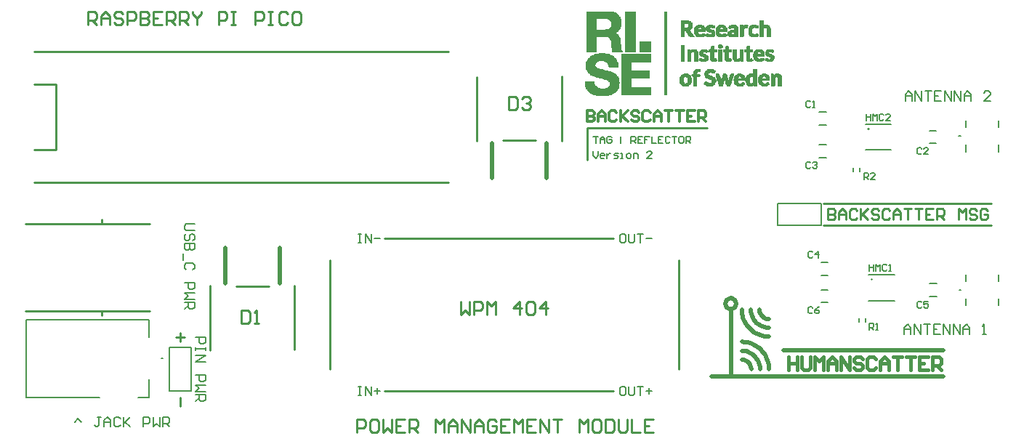
<source format=gto>
%FSLAX25Y25*%
%MOIN*%
G70*
G01*
G75*
%ADD10R,0.16535X0.05315*%
%ADD11R,0.14173X0.05000*%
G04:AMPARAMS|DCode=12|XSize=14.96mil|YSize=55.12mil|CornerRadius=3.74mil|HoleSize=0mil|Usage=FLASHONLY|Rotation=270.000|XOffset=0mil|YOffset=0mil|HoleType=Round|Shape=RoundedRectangle|*
%AMROUNDEDRECTD12*
21,1,0.01496,0.04764,0,0,270.0*
21,1,0.00748,0.05512,0,0,270.0*
1,1,0.00748,-0.02382,-0.00374*
1,1,0.00748,-0.02382,0.00374*
1,1,0.00748,0.02382,0.00374*
1,1,0.00748,0.02382,-0.00374*
%
%ADD12ROUNDEDRECTD12*%
%ADD13R,0.04331X0.06693*%
%ADD14R,0.39370X0.27559*%
%ADD15R,0.03543X0.02756*%
%ADD16R,0.11811X0.04567*%
%ADD17R,0.11811X0.07874*%
%ADD18R,0.20000X0.15000*%
%ADD19C,0.01000*%
%ADD20C,0.01969*%
%ADD21C,0.05906*%
%ADD22R,0.05906X0.05906*%
%ADD23R,0.09843X0.09843*%
%ADD24R,0.05906X0.05906*%
%ADD25C,0.06000*%
%ADD26O,0.07874X0.15748*%
%ADD27O,0.15748X0.07874*%
%ADD28O,0.08661X0.17323*%
%ADD29C,0.02000*%
%ADD30C,0.00787*%
%ADD31C,0.00900*%
%ADD32C,0.00591*%
%ADD33C,0.00200*%
%ADD34C,0.01500*%
%ADD35C,0.00700*%
%ADD36C,0.00500*%
%ADD37C,0.01181*%
D19*
X386438Y146927D02*
X386538D01*
X388017Y77719D02*
X388117D01*
X207110Y141106D02*
Y170634D01*
X245890Y141185D02*
Y170713D01*
X219000Y141500D02*
X234000D01*
X123390Y45366D02*
Y74894D01*
X84610Y45287D02*
Y74815D01*
X96500Y74500D02*
X111500D01*
X3937Y167126D02*
X13937D01*
Y137185D02*
Y167126D01*
X3937Y137185D02*
X13937D01*
X3937Y182126D02*
X193937D01*
X3937Y122126D02*
X193937D01*
X257500Y132500D02*
Y147047D01*
X312618D01*
X35039Y103150D02*
Y105118D01*
Y61024D02*
Y62992D01*
X0Y103150D02*
X57087D01*
X0Y62992D02*
X57087D01*
X139764Y36457D02*
Y86457D01*
X164764Y26457D02*
X269764D01*
X299764Y36457D02*
Y86457D01*
X164764Y96457D02*
X269764D01*
X69000Y50999D02*
X72999D01*
X70999Y52998D02*
Y49000D01*
X71001Y19500D02*
Y23499D01*
X221500Y161498D02*
Y155500D01*
X224499D01*
X225499Y156500D01*
Y160498D01*
X224499Y161498D01*
X221500D01*
X227498Y160498D02*
X228498Y161498D01*
X230497D01*
X231497Y160498D01*
Y159499D01*
X230497Y158499D01*
X229497D01*
X230497D01*
X231497Y157499D01*
Y156500D01*
X230497Y155500D01*
X228498D01*
X227498Y156500D01*
X99000Y63498D02*
Y57500D01*
X101999D01*
X102999Y58500D01*
Y62498D01*
X101999Y63498D01*
X99000D01*
X104998Y57500D02*
X106997D01*
X105998D01*
Y63498D01*
X104998Y62498D01*
X368000Y109998D02*
Y105000D01*
X370499D01*
X371332Y105833D01*
Y106666D01*
X370499Y107499D01*
X368000D01*
X370499D01*
X371332Y108332D01*
Y109165D01*
X370499Y109998D01*
X368000D01*
X372998Y105000D02*
Y108332D01*
X374664Y109998D01*
X376331Y108332D01*
Y105000D01*
Y107499D01*
X372998D01*
X381329Y109165D02*
X380496Y109998D01*
X378830D01*
X377997Y109165D01*
Y105833D01*
X378830Y105000D01*
X380496D01*
X381329Y105833D01*
X382995Y109998D02*
Y105000D01*
Y106666D01*
X386327Y109998D01*
X383828Y107499D01*
X386327Y105000D01*
X391326Y109165D02*
X390493Y109998D01*
X388827D01*
X387994Y109165D01*
Y108332D01*
X388827Y107499D01*
X390493D01*
X391326Y106666D01*
Y105833D01*
X390493Y105000D01*
X388827D01*
X387994Y105833D01*
X396324Y109165D02*
X395491Y109998D01*
X393825D01*
X392992Y109165D01*
Y105833D01*
X393825Y105000D01*
X395491D01*
X396324Y105833D01*
X397990Y105000D02*
Y108332D01*
X399656Y109998D01*
X401323Y108332D01*
Y105000D01*
Y107499D01*
X397990D01*
X402989Y109998D02*
X406321D01*
X404655D01*
Y105000D01*
X407987Y109998D02*
X411319D01*
X409653D01*
Y105000D01*
X416318Y109998D02*
X412985D01*
Y105000D01*
X416318D01*
X412985Y107499D02*
X414652D01*
X417984Y105000D02*
Y109998D01*
X420483D01*
X421316Y109165D01*
Y107499D01*
X420483Y106666D01*
X417984D01*
X419650D02*
X421316Y105000D01*
X427981D02*
Y109998D01*
X429647Y108332D01*
X431313Y109998D01*
Y105000D01*
X436311Y109165D02*
X435478Y109998D01*
X433812D01*
X432979Y109165D01*
Y108332D01*
X433812Y107499D01*
X435478D01*
X436311Y106666D01*
Y105833D01*
X435478Y105000D01*
X433812D01*
X432979Y105833D01*
X441310Y109165D02*
X440477Y109998D01*
X438810D01*
X437977Y109165D01*
Y105833D01*
X438810Y105000D01*
X440477D01*
X441310Y105833D01*
Y107499D01*
X439643D01*
X28500Y194500D02*
Y200498D01*
X31499D01*
X32499Y199498D01*
Y197499D01*
X31499Y196499D01*
X28500D01*
X30499D02*
X32499Y194500D01*
X34498D02*
Y198499D01*
X36497Y200498D01*
X38497Y198499D01*
Y194500D01*
Y197499D01*
X34498D01*
X44495Y199498D02*
X43495Y200498D01*
X41496D01*
X40496Y199498D01*
Y198499D01*
X41496Y197499D01*
X43495D01*
X44495Y196499D01*
Y195500D01*
X43495Y194500D01*
X41496D01*
X40496Y195500D01*
X46494Y194500D02*
Y200498D01*
X49493D01*
X50493Y199498D01*
Y197499D01*
X49493Y196499D01*
X46494D01*
X52492Y200498D02*
Y194500D01*
X55491D01*
X56491Y195500D01*
Y196499D01*
X55491Y197499D01*
X52492D01*
X55491D01*
X56491Y198499D01*
Y199498D01*
X55491Y200498D01*
X52492D01*
X62489D02*
X58490D01*
Y194500D01*
X62489D01*
X58490Y197499D02*
X60490D01*
X64488Y194500D02*
Y200498D01*
X67487D01*
X68487Y199498D01*
Y197499D01*
X67487Y196499D01*
X64488D01*
X66488D02*
X68487Y194500D01*
X70486D02*
Y200498D01*
X73485D01*
X74485Y199498D01*
Y197499D01*
X73485Y196499D01*
X70486D01*
X72486D02*
X74485Y194500D01*
X76485Y200498D02*
Y199498D01*
X78484Y197499D01*
X80483Y199498D01*
Y200498D01*
X78484Y197499D02*
Y194500D01*
X88481D02*
Y200498D01*
X91480D01*
X92479Y199498D01*
Y197499D01*
X91480Y196499D01*
X88481D01*
X94479Y200498D02*
X96478D01*
X95478D01*
Y194500D01*
X94479D01*
X96478D01*
X105475D02*
Y200498D01*
X108474D01*
X109474Y199498D01*
Y197499D01*
X108474Y196499D01*
X105475D01*
X111473Y200498D02*
X113472D01*
X112473D01*
Y194500D01*
X111473D01*
X113472D01*
X120470Y199498D02*
X119471Y200498D01*
X117471D01*
X116472Y199498D01*
Y195500D01*
X117471Y194500D01*
X119471D01*
X120470Y195500D01*
X125469Y200498D02*
X123469D01*
X122470Y199498D01*
Y195500D01*
X123469Y194500D01*
X125469D01*
X126468Y195500D01*
Y199498D01*
X125469Y200498D01*
X152000Y7500D02*
Y13498D01*
X154999D01*
X155999Y12498D01*
Y10499D01*
X154999Y9499D01*
X152000D01*
X160997Y13498D02*
X158998D01*
X157998Y12498D01*
Y8500D01*
X158998Y7500D01*
X160997D01*
X161997Y8500D01*
Y12498D01*
X160997Y13498D01*
X163996D02*
Y7500D01*
X165996Y9499D01*
X167995Y7500D01*
Y13498D01*
X173993D02*
X169994D01*
Y7500D01*
X173993D01*
X169994Y10499D02*
X171994D01*
X175992Y7500D02*
Y13498D01*
X178991D01*
X179991Y12498D01*
Y10499D01*
X178991Y9499D01*
X175992D01*
X177992D02*
X179991Y7500D01*
X187988D02*
Y13498D01*
X189988Y11499D01*
X191987Y13498D01*
Y7500D01*
X193986D02*
Y11499D01*
X195986Y13498D01*
X197985Y11499D01*
Y7500D01*
Y10499D01*
X193986D01*
X199985Y7500D02*
Y13498D01*
X203983Y7500D01*
Y13498D01*
X205982Y7500D02*
Y11499D01*
X207982Y13498D01*
X209981Y11499D01*
Y7500D01*
Y10499D01*
X205982D01*
X215979Y12498D02*
X214980Y13498D01*
X212980D01*
X211981Y12498D01*
Y8500D01*
X212980Y7500D01*
X214980D01*
X215979Y8500D01*
Y10499D01*
X213980D01*
X221977Y13498D02*
X217979D01*
Y7500D01*
X221977D01*
X217979Y10499D02*
X219978D01*
X223977Y7500D02*
Y13498D01*
X225976Y11499D01*
X227975Y13498D01*
Y7500D01*
X233974Y13498D02*
X229975D01*
Y7500D01*
X233974D01*
X229975Y10499D02*
X231974D01*
X235973Y7500D02*
Y13498D01*
X239971Y7500D01*
Y13498D01*
X241971D02*
X245970D01*
X243970D01*
Y7500D01*
X253967D02*
Y13498D01*
X255966Y11499D01*
X257966Y13498D01*
Y7500D01*
X262964Y13498D02*
X260965D01*
X259965Y12498D01*
Y8500D01*
X260965Y7500D01*
X262964D01*
X263964Y8500D01*
Y12498D01*
X262964Y13498D01*
X265963D02*
Y7500D01*
X268962D01*
X269962Y8500D01*
Y12498D01*
X268962Y13498D01*
X265963D01*
X271961D02*
Y8500D01*
X272961Y7500D01*
X274960D01*
X275960Y8500D01*
Y13498D01*
X277959D02*
Y7500D01*
X281958D01*
X287956Y13498D02*
X283957D01*
Y7500D01*
X287956D01*
X283957Y10499D02*
X285957D01*
X199764Y67455D02*
Y61457D01*
X201763Y63456D01*
X203763Y61457D01*
Y67455D01*
X205762Y61457D02*
Y67455D01*
X208761D01*
X209761Y66455D01*
Y64456D01*
X208761Y63456D01*
X205762D01*
X211760Y61457D02*
Y67455D01*
X213759Y65455D01*
X215759Y67455D01*
Y61457D01*
X226755D02*
Y67455D01*
X223756Y64456D01*
X227755D01*
X229754Y66455D02*
X230754Y67455D01*
X232753D01*
X233753Y66455D01*
Y62456D01*
X232753Y61457D01*
X230754D01*
X229754Y62456D01*
Y66455D01*
X238751Y61457D02*
Y67455D01*
X235752Y64456D01*
X239751D01*
D29*
X332898Y36500D02*
X332788Y37479D01*
X332463Y38408D01*
X331939Y39242D01*
X331242Y39939D01*
X330408Y40463D01*
X329479Y40788D01*
X328500Y40898D01*
X336893Y36500D02*
X336832Y37512D01*
X336649Y38509D01*
X336348Y39476D01*
X335932Y40400D01*
X335407Y41268D01*
X334782Y42066D01*
X334066Y42782D01*
X333268Y43407D01*
X332400Y43932D01*
X331476Y44348D01*
X330509Y44649D01*
X329512Y44832D01*
X328500Y44893D01*
X341000Y36500D02*
X340962Y37481D01*
X340846Y38455D01*
X340655Y39418D01*
X340388Y40363D01*
X340049Y41284D01*
X339638Y42175D01*
X339158Y43031D01*
X338613Y43847D01*
X338005Y44618D01*
X337339Y45339D01*
X336618Y46005D01*
X335847Y46613D01*
X335031Y47158D01*
X334175Y47638D01*
X333283Y48048D01*
X332363Y48388D01*
X331418Y48655D01*
X330455Y48846D01*
X329481Y48961D01*
X328500Y49000D01*
X328500Y63898D02*
X328538Y62918D01*
X328654Y61943D01*
X328845Y60980D01*
X329112Y60036D01*
X329451Y59115D01*
X329862Y58223D01*
X330342Y57367D01*
X330887Y56551D01*
X331495Y55780D01*
X332161Y55059D01*
X332882Y54393D01*
X333653Y53786D01*
X334469Y53240D01*
X335325Y52761D01*
X336216Y52350D01*
X337137Y52010D01*
X338082Y51744D01*
X339045Y51552D01*
X340019Y51437D01*
X341000Y51398D01*
X332607Y63898D02*
X332668Y62887D01*
X332851Y61890D01*
X333152Y60922D01*
X333568Y59998D01*
X334093Y59130D01*
X334718Y58333D01*
X335434Y57616D01*
X336232Y56991D01*
X337100Y56467D01*
X338024Y56051D01*
X338991Y55749D01*
X339988Y55566D01*
X341000Y55505D01*
X336602Y63898D02*
X336712Y62920D01*
X337037Y61990D01*
X337561Y61156D01*
X338258Y60460D01*
X339092Y59936D01*
X340021Y59610D01*
X341000Y59500D01*
X323500Y64000D02*
X324457Y64190D01*
X325268Y64732D01*
X325810Y65543D01*
X326000Y66500D01*
X325810Y67457D01*
X325268Y68268D01*
X324457Y68810D01*
X323500Y69000D01*
X322543Y68810D01*
X321732Y68268D01*
X321190Y67457D01*
X321000Y66500D01*
X321190Y65543D01*
X321732Y64732D01*
X322543Y64190D01*
X323500Y64000D01*
X347500Y45000D02*
X421000D01*
X323500Y33000D02*
Y64000D01*
X314500Y33000D02*
X421000D01*
X214000Y124000D02*
Y140122D01*
X239000Y124000D02*
Y140201D01*
X116500Y75878D02*
Y92000D01*
X91500Y75799D02*
Y92000D01*
D30*
X429055Y72953D02*
X428268D01*
X429055D01*
X428933Y143500D02*
X428146D01*
X428933D01*
X62992Y41339D02*
X62205D01*
X62992D01*
X365000Y102500D02*
Y112500D01*
X345000D02*
X365000D01*
X431457Y76772D02*
Y79921D01*
Y65748D02*
Y68898D01*
X446457Y76772D02*
Y79921D01*
Y65748D02*
Y68898D01*
X414563Y140075D02*
X417713D01*
X414563Y145980D02*
X417713D01*
X414764Y69882D02*
X417913D01*
X414764Y75787D02*
X417913D01*
X66000Y26500D02*
Y46500D01*
Y26500D02*
X76000D01*
Y46500D01*
X66000D02*
X76000D01*
X345000Y102500D02*
Y112500D01*
Y102500D02*
X365000D01*
X431335Y147319D02*
Y150469D01*
Y136295D02*
Y139445D01*
X446335Y147319D02*
Y150469D01*
Y136295D02*
Y139445D01*
X382516Y127240D02*
Y128815D01*
X379760Y127240D02*
Y128815D01*
X394Y59055D02*
X56693D01*
X51772Y23622D02*
X56693D01*
Y31693D01*
X394Y23622D02*
X34055D01*
X394D02*
Y59055D01*
X56693Y50984D02*
Y59055D01*
X364063Y133575D02*
X367213D01*
X364063Y139480D02*
X367213D01*
X364063Y148575D02*
X367213D01*
X364063Y154480D02*
X367213D01*
X364925Y67047D02*
X368075D01*
X364925Y72953D02*
X368075D01*
X364925Y79547D02*
X368075D01*
X364925Y85453D02*
X368075D01*
X385236Y58268D02*
Y59842D01*
X382480Y58268D02*
Y59842D01*
X260453Y136416D02*
Y134317D01*
X261502Y133268D01*
X262552Y134317D01*
Y136416D01*
X265176Y133268D02*
X264126D01*
X263601Y133792D01*
Y134842D01*
X264126Y135367D01*
X265176D01*
X265700Y134842D01*
Y134317D01*
X263601D01*
X266750Y135367D02*
Y133268D01*
Y134317D01*
X267275Y134842D01*
X267799Y135367D01*
X268324D01*
X269899Y133268D02*
X271473D01*
X271998Y133792D01*
X271473Y134317D01*
X270423D01*
X269899Y134842D01*
X270423Y135367D01*
X271998D01*
X273047Y133268D02*
X274097D01*
X273572D01*
Y135367D01*
X273047D01*
X276196Y133268D02*
X277245D01*
X277770Y133792D01*
Y134842D01*
X277245Y135367D01*
X276196D01*
X275671Y134842D01*
Y133792D01*
X276196Y133268D01*
X278819D02*
Y135367D01*
X280394D01*
X280919Y134842D01*
Y133268D01*
X287216D02*
X285117D01*
X287216Y135367D01*
Y135892D01*
X286691Y136416D01*
X285642D01*
X285117Y135892D01*
X260453Y143306D02*
X262552D01*
X261502D01*
Y140157D01*
X263601D02*
Y142256D01*
X264651Y143306D01*
X265700Y142256D01*
Y140157D01*
Y141732D01*
X263601D01*
X268849Y142781D02*
X268324Y143306D01*
X267275D01*
X266750Y142781D01*
Y140682D01*
X267275Y140157D01*
X268324D01*
X268849Y140682D01*
Y141732D01*
X267799D01*
X273047Y143306D02*
Y140157D01*
X277770D02*
Y143306D01*
X279344D01*
X279869Y142781D01*
Y141732D01*
X279344Y141207D01*
X277770D01*
X278819D02*
X279869Y140157D01*
X283018Y143306D02*
X280919D01*
Y140157D01*
X283018D01*
X280919Y141732D02*
X281968D01*
X286166Y143306D02*
X284067D01*
Y141732D01*
X285117D01*
X284067D01*
Y140157D01*
X287216Y143306D02*
Y140157D01*
X289315D01*
X292463Y143306D02*
X290364D01*
Y140157D01*
X292463D01*
X290364Y141732D02*
X291414D01*
X295612Y142781D02*
X295087Y143306D01*
X294038D01*
X293513Y142781D01*
Y140682D01*
X294038Y140157D01*
X295087D01*
X295612Y140682D01*
X296661Y143306D02*
X298761D01*
X297711D01*
Y140157D01*
X301384Y143306D02*
X300335D01*
X299810Y142781D01*
Y140682D01*
X300335Y140157D01*
X301384D01*
X301909Y140682D01*
Y142781D01*
X301384Y143306D01*
X302959Y140157D02*
Y143306D01*
X304533D01*
X305058Y142781D01*
Y141732D01*
X304533Y141207D01*
X302959D01*
X304008D02*
X305058Y140157D01*
D31*
X366000Y102500D02*
X443000D01*
X366000Y112500D02*
X443000D01*
D32*
X385232Y137122D02*
X397043D01*
X385232Y148933D02*
X397043D01*
X386811Y79724D02*
X398622D01*
X386811Y67913D02*
X398622D01*
X274732Y28392D02*
X273420D01*
X272764Y27736D01*
Y25113D01*
X273420Y24457D01*
X274732D01*
X275388Y25113D01*
Y27736D01*
X274732Y28392D01*
X276699D02*
Y25113D01*
X277356Y24457D01*
X278667D01*
X279323Y25113D01*
Y28392D01*
X280635D02*
X283259D01*
X281947D01*
Y24457D01*
X284571Y26425D02*
X287195D01*
X285883Y27736D02*
Y25113D01*
X274732Y98392D02*
X273420D01*
X272764Y97737D01*
Y95113D01*
X273420Y94457D01*
X274732D01*
X275388Y95113D01*
Y97737D01*
X274732Y98392D01*
X276699D02*
Y95113D01*
X277356Y94457D01*
X278667D01*
X279323Y95113D01*
Y98392D01*
X280635D02*
X283259D01*
X281947D01*
Y94457D01*
X284571Y96425D02*
X287195D01*
X152764Y98392D02*
X154076D01*
X153420D01*
Y94457D01*
X152764D01*
X154076D01*
X156044D02*
Y98392D01*
X158667Y94457D01*
Y98392D01*
X159979Y96425D02*
X162603D01*
X152764Y28392D02*
X154076D01*
X153420D01*
Y24457D01*
X152764D01*
X154076D01*
X156044D02*
Y28392D01*
X158667Y24457D01*
Y28392D01*
X159979Y26425D02*
X162603D01*
X161291Y27736D02*
Y25113D01*
D33*
X262500Y162000D02*
X266500D01*
X261700Y162200D02*
X267300D01*
X293100Y162400D02*
X293900D01*
X273300D02*
X286700D01*
X260700D02*
X268300D01*
X293100Y162600D02*
X293900D01*
X273300D02*
X286700D01*
X260300D02*
X268700D01*
X293100Y162800D02*
X293900D01*
X273300D02*
X286700D01*
X259700D02*
X269100D01*
X293100Y163000D02*
X293900D01*
X273300D02*
X286700D01*
X259300D02*
X269500D01*
X293100Y163200D02*
X293900D01*
X273300D02*
X286700D01*
X259100D02*
X269700D01*
X293100Y163400D02*
X293900D01*
X273300D02*
X286700D01*
X258700D02*
X270100D01*
X293100Y163600D02*
X293900D01*
X273300D02*
X286700D01*
X258500D02*
X270300D01*
X293100Y163800D02*
X293900D01*
X273300D02*
X286700D01*
X258300D02*
X270500D01*
X293100Y164000D02*
X293900D01*
X273300D02*
X286700D01*
X258100D02*
X270700D01*
X293100Y164200D02*
X293900D01*
X273300D02*
X286700D01*
X257900D02*
X270900D01*
X293100Y164400D02*
X293900D01*
X273300D02*
X286700D01*
X257700D02*
X271100D01*
X293100Y164600D02*
X293900D01*
X273300D02*
X286700D01*
X257500D02*
X271300D01*
X293100Y164800D02*
X293900D01*
X273300D02*
X286700D01*
X257500D02*
X271300D01*
X293100Y165000D02*
X293900D01*
X273300D02*
X286700D01*
X257300D02*
X271500D01*
X293100Y165200D02*
X293900D01*
X273300D02*
X286700D01*
X257100D02*
X271500D01*
X293100Y165400D02*
X293900D01*
X273300D02*
X286700D01*
X265900D02*
X271700D01*
X257100D02*
X263300D01*
X293100Y165600D02*
X293900D01*
X273300D02*
X286700D01*
X266500D02*
X271900D01*
X256900D02*
X262700D01*
X293100Y165800D02*
X293900D01*
X273300D02*
X286700D01*
X266900D02*
X271900D01*
X256900D02*
X262300D01*
X293100Y166000D02*
X293900D01*
X273300D02*
X277700D01*
X267300D02*
X271900D01*
X256700D02*
X261900D01*
X293100Y166200D02*
X293900D01*
X273300D02*
X277700D01*
X267500D02*
X272100D01*
X256700D02*
X261700D01*
X345100Y166400D02*
X346500D01*
X341900D02*
X343300D01*
X337900D02*
X339700D01*
X334300D02*
X335100D01*
X331700D02*
X332900D01*
X326700D02*
X328300D01*
X321700D02*
X322900D01*
X318100D02*
X319300D01*
X312900D02*
X314500D01*
X306300D02*
X307700D01*
X301900D02*
X303500D01*
X293100D02*
X293900D01*
X273300D02*
X277700D01*
X267700D02*
X272100D01*
X256500D02*
X261500D01*
X345100Y166600D02*
X346500D01*
X341900D02*
X343300D01*
X337500D02*
X340100D01*
X333900D02*
X335300D01*
X331300D02*
X333300D01*
X326300D02*
X328900D01*
X321500D02*
X323100D01*
X318100D02*
X319500D01*
X312300D02*
X314900D01*
X306300D02*
X307700D01*
X301300D02*
X303900D01*
X293100D02*
X293900D01*
X273300D02*
X277700D01*
X267900D02*
X272100D01*
X256500D02*
X261100D01*
X345100Y166800D02*
X346500D01*
X341900D02*
X343500D01*
X337300D02*
X340300D01*
X333900D02*
X335300D01*
X331100D02*
X333500D01*
X325900D02*
X329100D01*
X321500D02*
X323100D01*
X318100D02*
X319700D01*
X311900D02*
X315300D01*
X306300D02*
X307700D01*
X301100D02*
X304100D01*
X293100D02*
X293900D01*
X273300D02*
X277700D01*
X267900D02*
X272100D01*
X256500D02*
X261100D01*
X345100Y167000D02*
X346500D01*
X341900D02*
X343500D01*
X336700D02*
X340900D01*
X330700D02*
X335300D01*
X325500D02*
X329500D01*
X321300D02*
X323300D01*
X317900D02*
X319700D01*
X311500D02*
X315700D01*
X306300D02*
X307700D01*
X300700D02*
X304500D01*
X293100D02*
X293900D01*
X273300D02*
X277700D01*
X267900D02*
X272100D01*
X256500D02*
X260900D01*
X345100Y167200D02*
X346500D01*
X341900D02*
X343500D01*
X336700D02*
X340900D01*
X330700D02*
X335300D01*
X325300D02*
X329700D01*
X321300D02*
X323300D01*
X317900D02*
X319700D01*
X311300D02*
X315900D01*
X306300D02*
X307700D01*
X300500D02*
X304700D01*
X293100D02*
X293900D01*
X273300D02*
X277700D01*
X267900D02*
X272100D01*
X256500D02*
X260900D01*
X345100Y167400D02*
X346500D01*
X341900D02*
X343500D01*
X336700D02*
X340900D01*
X330500D02*
X335300D01*
X325300D02*
X329700D01*
X321300D02*
X323300D01*
X317700D02*
X319700D01*
X311100D02*
X315900D01*
X306300D02*
X307700D01*
X300500D02*
X304900D01*
X293100D02*
X293900D01*
X273300D02*
X277700D01*
X267900D02*
X272100D01*
X256500D02*
X260700D01*
X345100Y167600D02*
X346500D01*
X341900D02*
X343500D01*
X336300D02*
X340900D01*
X330500D02*
X335300D01*
X325100D02*
X329700D01*
X321100D02*
X323300D01*
X317700D02*
X319900D01*
X311100D02*
X316100D01*
X306300D02*
X307700D01*
X300300D02*
X305100D01*
X293100D02*
X293900D01*
X273300D02*
X277700D01*
X267900D02*
X272100D01*
X256500D02*
X260700D01*
X345100Y167800D02*
X346500D01*
X341900D02*
X343500D01*
X339500D02*
X340700D01*
X336300D02*
X338300D01*
X333100D02*
X335300D01*
X330500D02*
X332300D01*
X328300D02*
X329500D01*
X325100D02*
X327100D01*
X321100D02*
X323500D01*
X317700D02*
X319900D01*
X311300D02*
X316100D01*
X306300D02*
X307700D01*
X303100D02*
X305100D01*
X300100D02*
X302100D01*
X293100D02*
X293900D01*
X273300D02*
X277700D01*
X267900D02*
X272300D01*
X256500D02*
X260700D01*
X345100Y168000D02*
X346500D01*
X341900D02*
X343500D01*
X339900D02*
X340500D01*
X336100D02*
X337900D01*
X333500D02*
X335300D01*
X330300D02*
X332100D01*
X328700D02*
X329300D01*
X324900D02*
X326700D01*
X321100D02*
X323500D01*
X317500D02*
X320100D01*
X314500D02*
X316300D01*
X311300D02*
X312900D01*
X306300D02*
X307700D01*
X303500D02*
X305100D01*
X300100D02*
X301900D01*
X293100D02*
X293900D01*
X273300D02*
X277700D01*
X267900D02*
X272300D01*
X256500D02*
X260700D01*
X345100Y168200D02*
X346500D01*
X341900D02*
X343500D01*
X336100D02*
X337700D01*
X333700D02*
X335300D01*
X330300D02*
X331900D01*
X324900D02*
X326500D01*
X321100D02*
X323700D01*
X317500D02*
X320100D01*
X314700D02*
X316300D01*
X311500D02*
X312500D01*
X306300D02*
X307700D01*
X303500D02*
X305300D01*
X299900D02*
X301700D01*
X293100D02*
X293900D01*
X273300D02*
X277700D01*
X267900D02*
X272100D01*
X256500D02*
X260700D01*
X345100Y168400D02*
X346500D01*
X341900D02*
X343500D01*
X336100D02*
X337700D01*
X333700D02*
X335300D01*
X330300D02*
X331900D01*
X324900D02*
X326500D01*
X321100D02*
X323700D01*
X317500D02*
X320100D01*
X314700D02*
X316300D01*
X311700D02*
X312300D01*
X306300D02*
X307700D01*
X303700D02*
X305300D01*
X299900D02*
X301700D01*
X293100D02*
X293900D01*
X273300D02*
X277700D01*
X267700D02*
X272100D01*
X256500D02*
X260700D01*
X345100Y168600D02*
X346500D01*
X341900D02*
X343500D01*
X336100D02*
X337700D01*
X333700D02*
X335300D01*
X330300D02*
X331900D01*
X324900D02*
X326300D01*
X320900D02*
X323700D01*
X317500D02*
X320100D01*
X314900D02*
X316500D01*
X306300D02*
X307700D01*
X303700D02*
X305300D01*
X299900D02*
X301500D01*
X293100D02*
X293900D01*
X273300D02*
X277700D01*
X267300D02*
X272100D01*
X256500D02*
X260700D01*
X345100Y168800D02*
X346500D01*
X341900D02*
X343500D01*
X336100D02*
X337700D01*
X333700D02*
X335300D01*
X330100D02*
X331900D01*
X324900D02*
X326500D01*
X322300D02*
X323700D01*
X320900D02*
X322100D01*
X317300D02*
X320300D01*
X314700D02*
X316500D01*
X306300D02*
X307700D01*
X303700D02*
X305300D01*
X299900D02*
X301500D01*
X293100D02*
X293900D01*
X273300D02*
X277700D01*
X267300D02*
X272100D01*
X345100Y169000D02*
X346500D01*
X341900D02*
X343500D01*
X336100D02*
X340900D01*
X333700D02*
X335300D01*
X330100D02*
X331900D01*
X324700D02*
X329700D01*
X322300D02*
X323900D01*
X320700D02*
X322100D01*
X319100D02*
X320300D01*
X317300D02*
X318700D01*
X314700D02*
X316500D01*
X306300D02*
X307700D01*
X303700D02*
X305300D01*
X299900D02*
X301500D01*
X293100D02*
X293900D01*
X273300D02*
X277700D01*
X266900D02*
X272100D01*
X345100Y169200D02*
X346500D01*
X341900D02*
X343500D01*
X336100D02*
X341100D01*
X333700D02*
X335300D01*
X330100D02*
X331700D01*
X324700D02*
X329900D01*
X322300D02*
X323900D01*
X320700D02*
X322100D01*
X319100D02*
X320500D01*
X317100D02*
X318700D01*
X314500D02*
X316500D01*
X306300D02*
X307700D01*
X303700D02*
X305300D01*
X299900D02*
X301500D01*
X293100D02*
X293900D01*
X273300D02*
X277700D01*
X266500D02*
X272100D01*
X345100Y169400D02*
X346500D01*
X341900D02*
X343500D01*
X336100D02*
X341100D01*
X333700D02*
X335300D01*
X330100D02*
X331900D01*
X324700D02*
X329900D01*
X322500D02*
X323900D01*
X320700D02*
X322100D01*
X319100D02*
X320500D01*
X317100D02*
X318700D01*
X314300D02*
X316300D01*
X306300D02*
X307700D01*
X303700D02*
X305300D01*
X299900D02*
X301500D01*
X293100D02*
X293900D01*
X273300D02*
X277700D01*
X266100D02*
X272100D01*
X345100Y169600D02*
X346500D01*
X341900D02*
X343500D01*
X335900D02*
X341100D01*
X333700D02*
X335300D01*
X330100D02*
X331900D01*
X324900D02*
X329900D01*
X322500D02*
X324100D01*
X320700D02*
X321900D01*
X319100D02*
X320500D01*
X317100D02*
X318500D01*
X313500D02*
X316300D01*
X306300D02*
X307700D01*
X303700D02*
X305300D01*
X299900D02*
X301500D01*
X293100D02*
X293900D01*
X273300D02*
X277700D01*
X265300D02*
X272100D01*
X345100Y169800D02*
X346500D01*
X341900D02*
X343500D01*
X336100D02*
X341100D01*
X333700D02*
X335300D01*
X330300D02*
X331900D01*
X324900D02*
X329900D01*
X322700D02*
X324100D01*
X319100D02*
X321900D01*
X317100D02*
X318500D01*
X312900D02*
X316300D01*
X306300D02*
X307700D01*
X303700D02*
X305300D01*
X299900D02*
X301500D01*
X293100D02*
X293900D01*
X273300D02*
X277700D01*
X264700D02*
X271900D01*
X345100Y170000D02*
X346500D01*
X341900D02*
X343500D01*
X339500D02*
X341100D01*
X336100D02*
X337700D01*
X333700D02*
X335300D01*
X330300D02*
X331900D01*
X328300D02*
X329900D01*
X324900D02*
X326500D01*
X322700D02*
X324100D01*
X319300D02*
X321900D01*
X316900D02*
X318500D01*
X312500D02*
X316100D01*
X306300D02*
X307700D01*
X303700D02*
X305300D01*
X299900D02*
X301700D01*
X293100D02*
X293900D01*
X273300D02*
X277700D01*
X263700D02*
X271900D01*
X344900Y170200D02*
X346500D01*
X341900D02*
X343500D01*
X339500D02*
X341100D01*
X336100D02*
X337700D01*
X333700D02*
X335300D01*
X330300D02*
X332100D01*
X328300D02*
X329900D01*
X324900D02*
X326500D01*
X322700D02*
X324300D01*
X319300D02*
X321700D01*
X316900D02*
X318500D01*
X312100D02*
X315900D01*
X306300D02*
X307700D01*
X303500D02*
X305300D01*
X299900D02*
X301700D01*
X293100D02*
X293900D01*
X273300D02*
X285900D01*
X263100D02*
X271700D01*
X344900Y170400D02*
X346500D01*
X341900D02*
X343500D01*
X339500D02*
X340900D01*
X336100D02*
X337700D01*
X333700D02*
X335300D01*
X330300D02*
X332100D01*
X328300D02*
X329700D01*
X324900D02*
X326500D01*
X322700D02*
X324300D01*
X319500D02*
X321700D01*
X316900D02*
X318500D01*
X311900D02*
X315900D01*
X306300D02*
X307700D01*
X303500D02*
X305100D01*
X300100D02*
X301900D01*
X293100D02*
X293900D01*
X273300D02*
X286100D01*
X262500D02*
X271700D01*
X344700Y170600D02*
X346500D01*
X341900D02*
X343900D01*
X339300D02*
X340900D01*
X336300D02*
X338100D01*
X333500D02*
X335300D01*
X330500D02*
X332300D01*
X327900D02*
X329700D01*
X325100D02*
X326900D01*
X322700D02*
X324300D01*
X319500D02*
X321700D01*
X316700D02*
X318300D01*
X311700D02*
X315500D01*
X306300D02*
X307700D01*
X303100D02*
X305100D01*
X300100D02*
X302100D01*
X293100D02*
X293900D01*
X273300D02*
X286100D01*
X261500D02*
X271500D01*
X341900Y170800D02*
X346500D01*
X338900D02*
X340900D01*
X336300D02*
X338300D01*
X330500D02*
X335300D01*
X327700D02*
X329500D01*
X325100D02*
X327100D01*
X322900D02*
X324300D01*
X319700D02*
X321700D01*
X316700D02*
X318300D01*
X311700D02*
X315100D01*
X305900D02*
X309100D01*
X300300D02*
X305100D01*
X293100D02*
X293900D01*
X273300D02*
X286100D01*
X261100D02*
X271500D01*
X341900Y171000D02*
X346500D01*
X336500D02*
X340700D01*
X330700D02*
X335300D01*
X325300D02*
X329500D01*
X322900D02*
X324500D01*
X319700D02*
X321500D01*
X316700D02*
X318300D01*
X311500D02*
X314500D01*
X305700D02*
X309300D01*
X300500D02*
X304900D01*
X293100D02*
X293900D01*
X273300D02*
X286100D01*
X260500D02*
X271100D01*
X341900Y171200D02*
X346300D01*
X336700D02*
X340500D01*
X330700D02*
X335300D01*
X325300D02*
X329300D01*
X322900D02*
X324500D01*
X319700D02*
X321500D01*
X316500D02*
X318100D01*
X311500D02*
X313900D01*
X305500D02*
X309300D01*
X300500D02*
X304700D01*
X293100D02*
X293900D01*
X273300D02*
X286100D01*
X259900D02*
X271100D01*
X341900Y171400D02*
X346300D01*
X336700D02*
X340500D01*
X330900D02*
X335300D01*
X325500D02*
X329300D01*
X323100D02*
X324700D01*
X319700D02*
X321500D01*
X316500D02*
X318100D01*
X311300D02*
X313500D01*
X305300D02*
X309300D01*
X300700D02*
X304500D01*
X293100D02*
X293900D01*
X273300D02*
X286100D01*
X259700D02*
X270900D01*
X341900Y171600D02*
X345900D01*
X337300D02*
X340100D01*
X331300D02*
X335300D01*
X325900D02*
X328900D01*
X323100D02*
X324700D01*
X319700D02*
X321300D01*
X316500D02*
X318100D01*
X311300D02*
X313100D01*
X305500D02*
X309300D01*
X301100D02*
X304100D01*
X293100D02*
X293900D01*
X273300D02*
X286100D01*
X259100D02*
X270700D01*
X343700Y171800D02*
X345900D01*
X341900D02*
X343100D01*
X337500D02*
X339900D01*
X331500D02*
X335300D01*
X326300D02*
X328700D01*
X323300D02*
X324700D01*
X319900D02*
X321300D01*
X316500D02*
X318100D01*
X311300D02*
X313100D01*
X305500D02*
X309100D01*
X301300D02*
X303900D01*
X293100D02*
X293900D01*
X273300D02*
X286100D01*
X259100D02*
X270500D01*
X344100Y172000D02*
X345300D01*
X341900D02*
X342700D01*
X337900D02*
X339300D01*
X333700D02*
X335300D01*
X331900D02*
X333300D01*
X326700D02*
X328100D01*
X323500D02*
X324500D01*
X320100D02*
X321100D01*
X316500D02*
X317700D01*
X311300D02*
X312900D01*
X306300D02*
X307700D01*
X301900D02*
X303500D01*
X293100D02*
X293900D01*
X273300D02*
X286100D01*
X258700D02*
X270300D01*
X333700Y172200D02*
X335300D01*
X311300D02*
X313100D01*
X306300D02*
X307700D01*
X293100D02*
X293900D01*
X273300D02*
X286100D01*
X258500D02*
X269900D01*
X333700Y172400D02*
X335300D01*
X315100D02*
X315900D01*
X311300D02*
X313100D01*
X306300D02*
X307700D01*
X293100D02*
X293900D01*
X273300D02*
X286100D01*
X258300D02*
X269700D01*
X333700Y172600D02*
X335300D01*
X314500D02*
X315900D01*
X311500D02*
X313500D01*
X306300D02*
X307900D01*
X293100D02*
X293900D01*
X273300D02*
X286100D01*
X258100D02*
X269100D01*
X333700Y172800D02*
X335300D01*
X311500D02*
X316100D01*
X306300D02*
X308100D01*
X293100D02*
X293900D01*
X273300D02*
X286100D01*
X257900D02*
X268900D01*
X333700Y173000D02*
X335300D01*
X311700D02*
X316100D01*
X306300D02*
X308300D01*
X293100D02*
X293900D01*
X273300D02*
X286100D01*
X257700D02*
X268300D01*
X333700Y173200D02*
X335300D01*
X311900D02*
X316300D01*
X306500D02*
X309300D01*
X293100D02*
X293900D01*
X273300D02*
X286100D01*
X257500D02*
X267500D01*
X333700Y173400D02*
X335300D01*
X311900D02*
X316300D01*
X306700D02*
X309300D01*
X293100D02*
X293900D01*
X273300D02*
X286100D01*
X257500D02*
X266900D01*
X333700Y173600D02*
X335300D01*
X312300D02*
X315900D01*
X306700D02*
X309300D01*
X293100D02*
X293900D01*
X273300D02*
X286100D01*
X257500D02*
X265900D01*
X333700Y173800D02*
X335300D01*
X312500D02*
X315500D01*
X306900D02*
X309300D01*
X293100D02*
X293900D01*
X273300D02*
X277700D01*
X257300D02*
X265300D01*
X333700Y174000D02*
X335300D01*
X312700D02*
X315300D01*
X307300D02*
X309300D01*
X293100D02*
X293900D01*
X273300D02*
X277700D01*
X257300D02*
X264700D01*
X333700Y174200D02*
X335300D01*
X293100D02*
X293900D01*
X273300D02*
X277700D01*
X257100D02*
X263700D01*
X293100Y174400D02*
X293900D01*
X273300D02*
X277700D01*
X257100D02*
X263100D01*
X293100Y174600D02*
X293900D01*
X273300D02*
X277700D01*
X257100D02*
X262500D01*
X293100Y174800D02*
X293900D01*
X273300D02*
X277700D01*
X257100D02*
X262100D01*
X293100Y175000D02*
X293900D01*
X273300D02*
X277700D01*
X257100D02*
X261700D01*
X293100Y175200D02*
X293900D01*
X273300D02*
X277700D01*
X267500D02*
X271500D01*
X257100D02*
X261500D01*
X293100Y175400D02*
X293900D01*
X273300D02*
X277700D01*
X267300D02*
X271500D01*
X257100D02*
X261300D01*
X293100Y175600D02*
X293900D01*
X273300D02*
X277700D01*
X267300D02*
X271500D01*
X257100D02*
X261300D01*
X293100Y175800D02*
X293900D01*
X273300D02*
X277700D01*
X267300D02*
X271500D01*
X257100D02*
X261100D01*
X293100Y176000D02*
X293900D01*
X273300D02*
X277700D01*
X267300D02*
X271500D01*
X257100D02*
X261100D01*
X293100Y176200D02*
X293900D01*
X273300D02*
X277700D01*
X267300D02*
X271500D01*
X257100D02*
X261100D01*
X293100Y176400D02*
X293900D01*
X273300D02*
X277700D01*
X267100D02*
X271500D01*
X257100D02*
X261100D01*
X293100Y176600D02*
X293900D01*
X273300D02*
X277700D01*
X267100D02*
X271500D01*
X257100D02*
X261300D01*
X293100Y176800D02*
X293900D01*
X273300D02*
X277700D01*
X266900D02*
X271500D01*
X257100D02*
X261300D01*
X293100Y177000D02*
X293900D01*
X273300D02*
X277700D01*
X266700D02*
X271500D01*
X257100D02*
X261500D01*
X293100Y177200D02*
X293900D01*
X273300D02*
X277700D01*
X266500D02*
X271500D01*
X257100D02*
X261700D01*
X293100Y177400D02*
X293900D01*
X273300D02*
X286700D01*
X266300D02*
X271300D01*
X257100D02*
X261900D01*
X293100Y177600D02*
X293900D01*
X273300D02*
X286700D01*
X266100D02*
X271300D01*
X257300D02*
X262100D01*
X339900Y177800D02*
X342300D01*
X335300D02*
X337700D01*
X331100D02*
X333100D01*
X327900D02*
X329100D01*
X325100D02*
X327300D01*
X321300D02*
X323300D01*
X317700D02*
X319300D01*
X314500D02*
X316700D01*
X309500D02*
X311900D01*
X306700D02*
X308300D01*
X303500D02*
X305100D01*
X300500D02*
X302100D01*
X293100D02*
X293900D01*
X273300D02*
X286700D01*
X265300D02*
X271100D01*
X257300D02*
X262700D01*
X339500Y178000D02*
X342500D01*
X334900D02*
X338100D01*
X330900D02*
X333500D01*
X327700D02*
X329100D01*
X324900D02*
X327500D01*
X321100D02*
X323700D01*
X317700D02*
X319300D01*
X314500D02*
X316900D01*
X309300D02*
X312300D01*
X306700D02*
X308300D01*
X303500D02*
X305100D01*
X300500D02*
X302100D01*
X293100D02*
X293900D01*
X273300D02*
X286700D01*
X264500D02*
X271100D01*
X257500D02*
X263300D01*
X339300Y178200D02*
X342700D01*
X334700D02*
X338300D01*
X330700D02*
X333500D01*
X324900D02*
X329100D01*
X321100D02*
X323700D01*
X317700D02*
X319300D01*
X314300D02*
X317100D01*
X308900D02*
X312500D01*
X306700D02*
X308300D01*
X303500D02*
X305100D01*
X300500D02*
X302100D01*
X293100D02*
X293900D01*
X273300D02*
X286700D01*
X257500D02*
X271100D01*
X339100Y178400D02*
X342900D01*
X334500D02*
X338700D01*
X330500D02*
X333500D01*
X324500D02*
X329100D01*
X320700D02*
X323700D01*
X317700D02*
X319300D01*
X314100D02*
X317100D01*
X308700D02*
X312700D01*
X306700D02*
X308300D01*
X303500D02*
X305100D01*
X300500D02*
X302100D01*
X293100D02*
X293900D01*
X273300D02*
X286700D01*
X257700D02*
X270900D01*
X339100Y178600D02*
X343100D01*
X334300D02*
X338700D01*
X330500D02*
X333300D01*
X324500D02*
X329100D01*
X320700D02*
X323700D01*
X317700D02*
X319300D01*
X314100D02*
X316900D01*
X308900D02*
X312900D01*
X306700D02*
X308300D01*
X303500D02*
X305100D01*
X300500D02*
X302100D01*
X293100D02*
X293900D01*
X273300D02*
X286700D01*
X257700D02*
X270900D01*
X341300Y178800D02*
X343100D01*
X339300D02*
X340700D01*
X334100D02*
X338700D01*
X330500D02*
X333100D01*
X324300D02*
X329100D01*
X320700D02*
X323500D01*
X317700D02*
X319300D01*
X313900D02*
X316700D01*
X311100D02*
X312900D01*
X309100D02*
X310500D01*
X306700D02*
X308300D01*
X303500D02*
X305100D01*
X300500D02*
X302100D01*
X293100D02*
X293900D01*
X273300D02*
X286700D01*
X257900D02*
X270500D01*
X341700Y179000D02*
X343300D01*
X339300D02*
X340300D01*
X337100D02*
X338500D01*
X334100D02*
X336100D01*
X332500D02*
X333100D01*
X330500D02*
X332100D01*
X326900D02*
X329100D01*
X324300D02*
X326100D01*
X322700D02*
X323300D01*
X320700D02*
X322300D01*
X317700D02*
X319300D01*
X316100D02*
X316700D01*
X313900D02*
X315700D01*
X311300D02*
X312900D01*
X309100D02*
X310100D01*
X306700D02*
X308300D01*
X303500D02*
X305100D01*
X300500D02*
X302100D01*
X293100D02*
X293900D01*
X273300D02*
X286700D01*
X258100D02*
X270500D01*
X341700Y179200D02*
X343300D01*
X339500D02*
X340100D01*
X337500D02*
X338300D01*
X333900D02*
X335700D01*
X330500D02*
X332100D01*
X327300D02*
X329100D01*
X324300D02*
X325900D01*
X320700D02*
X322300D01*
X317700D02*
X319300D01*
X313900D02*
X315500D01*
X311500D02*
X312900D01*
X309300D02*
X309700D01*
X306700D02*
X308300D01*
X303500D02*
X305100D01*
X300500D02*
X302100D01*
X293100D02*
X293900D01*
X273300D02*
X286700D01*
X258100D02*
X270300D01*
X341700Y179400D02*
X343300D01*
X333900D02*
X335500D01*
X330500D02*
X332100D01*
X327500D02*
X329100D01*
X324300D02*
X325900D01*
X320700D02*
X322300D01*
X317700D02*
X319300D01*
X313900D02*
X315500D01*
X311300D02*
X312900D01*
X306700D02*
X308300D01*
X303500D02*
X305100D01*
X300500D02*
X302100D01*
X293100D02*
X293900D01*
X273300D02*
X286700D01*
X258500D02*
X270100D01*
X341500Y179600D02*
X343300D01*
X333900D02*
X335500D01*
X330500D02*
X332100D01*
X327500D02*
X329100D01*
X324300D02*
X325900D01*
X320700D02*
X322300D01*
X317700D02*
X319300D01*
X313900D02*
X315500D01*
X311300D02*
X312900D01*
X306700D02*
X308300D01*
X303500D02*
X305100D01*
X300500D02*
X302100D01*
X293100D02*
X293900D01*
X273300D02*
X286700D01*
X258500D02*
X269900D01*
X340900Y179800D02*
X343300D01*
X333700D02*
X335300D01*
X330500D02*
X332100D01*
X327500D02*
X329100D01*
X324300D02*
X325900D01*
X320700D02*
X322300D01*
X317700D02*
X319300D01*
X313900D02*
X315500D01*
X310500D02*
X312900D01*
X306700D02*
X308300D01*
X303500D02*
X305100D01*
X300500D02*
X302100D01*
X293100D02*
X293900D01*
X273300D02*
X286700D01*
X258900D02*
X269700D01*
X340300Y180000D02*
X343300D01*
X333700D02*
X335300D01*
X330500D02*
X332100D01*
X327500D02*
X329100D01*
X324300D02*
X325900D01*
X320700D02*
X322300D01*
X317700D02*
X319300D01*
X313900D02*
X315500D01*
X310100D02*
X312900D01*
X306700D02*
X308300D01*
X303500D02*
X305100D01*
X300500D02*
X302100D01*
X293100D02*
X293900D01*
X273300D02*
X286700D01*
X259100D02*
X269500D01*
X339900Y180200D02*
X343100D01*
X333700D02*
X338700D01*
X330500D02*
X332100D01*
X327500D02*
X329100D01*
X324300D02*
X325900D01*
X320700D02*
X322300D01*
X317700D02*
X319300D01*
X313900D02*
X315500D01*
X309700D02*
X312900D01*
X306700D02*
X308300D01*
X303500D02*
X305100D01*
X300500D02*
X302100D01*
X293100D02*
X293900D01*
X273300D02*
X286700D01*
X259300D02*
X269300D01*
X339700Y180400D02*
X342900D01*
X333700D02*
X338700D01*
X330500D02*
X332100D01*
X327500D02*
X329100D01*
X324300D02*
X325900D01*
X320700D02*
X322300D01*
X317700D02*
X319300D01*
X313900D02*
X315500D01*
X309300D02*
X312700D01*
X306700D02*
X308300D01*
X303500D02*
X305100D01*
X300500D02*
X302100D01*
X293100D02*
X293900D01*
X273300D02*
X286700D01*
X259700D02*
X268900D01*
X339500Y180600D02*
X342900D01*
X333700D02*
X338700D01*
X330500D02*
X332100D01*
X327500D02*
X329100D01*
X324300D02*
X325900D01*
X320700D02*
X322300D01*
X317700D02*
X319300D01*
X313900D02*
X315500D01*
X309300D02*
X312500D01*
X306700D02*
X308300D01*
X303500D02*
X305100D01*
X300500D02*
X302100D01*
X293100D02*
X293900D01*
X273300D02*
X286700D01*
X260100D02*
X268500D01*
X339300Y180800D02*
X342300D01*
X333700D02*
X338700D01*
X330500D02*
X332100D01*
X327500D02*
X329100D01*
X324300D02*
X325900D01*
X320700D02*
X322300D01*
X317700D02*
X319300D01*
X313900D02*
X315500D01*
X309100D02*
X312100D01*
X306700D02*
X308300D01*
X303500D02*
X305100D01*
X300500D02*
X302100D01*
X293100D02*
X293900D01*
X273300D02*
X286700D01*
X260700D02*
X267900D01*
X339300Y181000D02*
X341900D01*
X333700D02*
X338700D01*
X330500D02*
X332100D01*
X327500D02*
X329100D01*
X324300D02*
X325900D01*
X320700D02*
X322300D01*
X317700D02*
X319300D01*
X313900D02*
X315500D01*
X308900D02*
X311700D01*
X306700D02*
X308300D01*
X303500D02*
X305100D01*
X300500D02*
X302100D01*
X293100D02*
X293900D01*
X273300D02*
X286700D01*
X261100D02*
X267500D01*
X339300Y181200D02*
X341500D01*
X333700D02*
X338700D01*
X330500D02*
X332100D01*
X327500D02*
X329100D01*
X324300D02*
X325900D01*
X320700D02*
X322300D01*
X317700D02*
X319300D01*
X313900D02*
X315500D01*
X308900D02*
X311100D01*
X306700D02*
X308300D01*
X303500D02*
X305100D01*
X300500D02*
X302100D01*
X293100D02*
X293900D01*
X261500D02*
X266900D01*
X339300Y181400D02*
X340900D01*
X337300D02*
X338700D01*
X333900D02*
X335500D01*
X330500D02*
X332100D01*
X327500D02*
X329100D01*
X324300D02*
X325900D01*
X320700D02*
X322300D01*
X317700D02*
X319300D01*
X313900D02*
X315500D01*
X308900D02*
X310700D01*
X306700D02*
X308300D01*
X303500D02*
X305100D01*
X300500D02*
X302100D01*
X293100D02*
X293900D01*
X265300D02*
X265500D01*
X263100D02*
X265100D01*
X339300Y181600D02*
X340700D01*
X337300D02*
X338700D01*
X333900D02*
X335500D01*
X330500D02*
X332100D01*
X327500D02*
X329100D01*
X324300D02*
X325900D01*
X320700D02*
X322300D01*
X317700D02*
X319300D01*
X313900D02*
X315500D01*
X308900D02*
X310500D01*
X306700D02*
X308300D01*
X303500D02*
X305100D01*
X300500D02*
X302100D01*
X293100D02*
X293900D01*
X342300Y181800D02*
X342500D01*
X339300D02*
X340700D01*
X337100D02*
X338700D01*
X334100D02*
X335700D01*
X330500D02*
X332100D01*
X327500D02*
X329100D01*
X324300D02*
X325900D01*
X320700D02*
X322300D01*
X317700D02*
X319300D01*
X313900D02*
X315500D01*
X312100D02*
X312300D01*
X308900D02*
X310500D01*
X306700D02*
X308300D01*
X303500D02*
X305300D01*
X300500D02*
X302100D01*
X293100D02*
X293900D01*
X341700Y182000D02*
X342900D01*
X339300D02*
X341100D01*
X336700D02*
X338500D01*
X334100D02*
X336100D01*
X329900D02*
X333300D01*
X327500D02*
X329100D01*
X324300D02*
X325900D01*
X320100D02*
X323700D01*
X317700D02*
X319300D01*
X313500D02*
X316900D01*
X311300D02*
X312700D01*
X308900D02*
X310900D01*
X303500D02*
X308300D01*
X300500D02*
X302100D01*
X293100D02*
X293900D01*
X281700D02*
X286700D01*
X275100D02*
X279500D01*
X269100D02*
X273500D01*
X257300D02*
X261700D01*
X339300Y182200D02*
X343100D01*
X334100D02*
X338500D01*
X329700D02*
X333300D01*
X327500D02*
X329100D01*
X324300D02*
X325900D01*
X319900D02*
X323700D01*
X317700D02*
X319300D01*
X313300D02*
X316900D01*
X309100D02*
X312900D01*
X303500D02*
X308100D01*
X300500D02*
X302100D01*
X293100D02*
X293900D01*
X281700D02*
X286700D01*
X275100D02*
X279500D01*
X269100D02*
X273500D01*
X257300D02*
X261700D01*
X339500Y182400D02*
X343100D01*
X334300D02*
X338300D01*
X329700D02*
X333300D01*
X327500D02*
X329100D01*
X324300D02*
X325900D01*
X319900D02*
X323700D01*
X317700D02*
X319300D01*
X313300D02*
X316900D01*
X309300D02*
X312900D01*
X303500D02*
X308100D01*
X300500D02*
X302100D01*
X293100D02*
X293900D01*
X281700D02*
X286700D01*
X275100D02*
X279500D01*
X268900D02*
X273500D01*
X257300D02*
X261700D01*
X339500Y182600D02*
X343100D01*
X334500D02*
X338100D01*
X329700D02*
X333300D01*
X327500D02*
X329100D01*
X324300D02*
X325900D01*
X319900D02*
X323700D01*
X317700D02*
X319300D01*
X313300D02*
X316900D01*
X309300D02*
X312900D01*
X303500D02*
X307900D01*
X300500D02*
X302100D01*
X293100D02*
X293900D01*
X281700D02*
X286700D01*
X275100D02*
X279500D01*
X268900D02*
X273300D01*
X257300D02*
X261700D01*
X339700Y182800D02*
X342900D01*
X334700D02*
X337900D01*
X329700D02*
X333300D01*
X327500D02*
X329100D01*
X324300D02*
X325900D01*
X319900D02*
X323700D01*
X317700D02*
X319300D01*
X313300D02*
X316900D01*
X309500D02*
X312700D01*
X303500D02*
X307700D01*
X300500D02*
X302100D01*
X293100D02*
X293900D01*
X281700D02*
X286700D01*
X275100D02*
X279500D01*
X268900D02*
X273300D01*
X257300D02*
X261700D01*
X340100Y183000D02*
X342500D01*
X335100D02*
X337700D01*
X329700D02*
X333300D01*
X327500D02*
X329100D01*
X324300D02*
X325900D01*
X320100D02*
X323700D01*
X317700D02*
X319300D01*
X313300D02*
X316900D01*
X309900D02*
X312300D01*
X305300D02*
X307500D01*
X303500D02*
X304700D01*
X300500D02*
X302100D01*
X293100D02*
X293900D01*
X281700D02*
X286700D01*
X275100D02*
X279500D01*
X268900D02*
X273100D01*
X257300D02*
X261700D01*
X340500Y183200D02*
X342300D01*
X335500D02*
X337100D01*
X330500D02*
X332100D01*
X327500D02*
X329100D01*
X324300D02*
X325700D01*
X320700D02*
X322300D01*
X317700D02*
X319300D01*
X314100D02*
X315500D01*
X310300D02*
X311900D01*
X305700D02*
X307100D01*
X303500D02*
X304500D01*
X300500D02*
X302100D01*
X293100D02*
X293900D01*
X281700D02*
X286700D01*
X275100D02*
X279500D01*
X268900D02*
X273100D01*
X257300D02*
X261700D01*
X330500Y183400D02*
X332100D01*
X320900D02*
X322300D01*
X314100D02*
X315500D01*
X300500D02*
X302100D01*
X293100D02*
X293900D01*
X281700D02*
X286700D01*
X275100D02*
X279500D01*
X268900D02*
X273100D01*
X257300D02*
X261700D01*
X330500Y183600D02*
X332100D01*
X320900D02*
X322300D01*
X314100D02*
X315500D01*
X300500D02*
X302100D01*
X293100D02*
X293900D01*
X281700D02*
X286700D01*
X275100D02*
X279500D01*
X268900D02*
X273100D01*
X257300D02*
X261700D01*
X330500Y183800D02*
X332100D01*
X320900D02*
X322300D01*
X318100D02*
X319100D01*
X314300D02*
X315500D01*
X300500D02*
X302100D01*
X293100D02*
X293900D01*
X281700D02*
X286700D01*
X275100D02*
X279500D01*
X268900D02*
X273100D01*
X257300D02*
X261700D01*
X330700Y184000D02*
X332100D01*
X320900D02*
X322300D01*
X317700D02*
X319300D01*
X314300D02*
X315500D01*
X300500D02*
X302100D01*
X293100D02*
X293900D01*
X281700D02*
X286700D01*
X275100D02*
X279500D01*
X268700D02*
X272900D01*
X257300D02*
X261700D01*
X330700Y184200D02*
X332100D01*
X320900D02*
X322300D01*
X317500D02*
X319500D01*
X314300D02*
X315500D01*
X300500D02*
X302100D01*
X293100D02*
X293900D01*
X281700D02*
X286700D01*
X275100D02*
X279500D01*
X268700D02*
X272900D01*
X257300D02*
X261700D01*
X330700Y184400D02*
X332100D01*
X321100D02*
X322300D01*
X317500D02*
X319500D01*
X314300D02*
X315500D01*
X300500D02*
X302100D01*
X293100D02*
X293900D01*
X281700D02*
X286700D01*
X275100D02*
X279500D01*
X268700D02*
X272900D01*
X257300D02*
X261700D01*
X330900Y184600D02*
X332100D01*
X321100D02*
X322300D01*
X317500D02*
X319500D01*
X314500D02*
X315500D01*
X300500D02*
X302100D01*
X293100D02*
X293900D01*
X281700D02*
X286700D01*
X275100D02*
X279500D01*
X268700D02*
X272900D01*
X257300D02*
X261700D01*
X330900Y184800D02*
X331900D01*
X321300D02*
X322100D01*
X317500D02*
X319500D01*
X314500D02*
X315500D01*
X300500D02*
X302100D01*
X293100D02*
X293900D01*
X281700D02*
X286700D01*
X275100D02*
X279500D01*
X268700D02*
X272900D01*
X257300D02*
X261700D01*
X317700Y185000D02*
X319300D01*
X300500D02*
X302100D01*
X293100D02*
X293900D01*
X281700D02*
X286700D01*
X275100D02*
X279500D01*
X268700D02*
X272900D01*
X257300D02*
X261700D01*
X317700Y185200D02*
X319300D01*
X300500D02*
X302100D01*
X293100D02*
X293900D01*
X281700D02*
X286700D01*
X275100D02*
X279500D01*
X268700D02*
X272900D01*
X257300D02*
X261700D01*
X318100Y185400D02*
X318900D01*
X293100D02*
X293900D01*
X281700D02*
X286700D01*
X275100D02*
X279500D01*
X268700D02*
X272900D01*
X257300D02*
X261700D01*
X293100Y185600D02*
X293900D01*
X281700D02*
X286700D01*
X275100D02*
X279500D01*
X268700D02*
X272900D01*
X257300D02*
X261700D01*
X293100Y185800D02*
X293900D01*
X281700D02*
X286700D01*
X275100D02*
X279500D01*
X268500D02*
X272700D01*
X257300D02*
X261700D01*
X293100Y186000D02*
X293900D01*
X281700D02*
X286700D01*
X275100D02*
X279500D01*
X268500D02*
X272700D01*
X257300D02*
X261700D01*
X293100Y186200D02*
X293900D01*
X281700D02*
X286700D01*
X275100D02*
X279500D01*
X268500D02*
X272700D01*
X257300D02*
X261700D01*
X293100Y186400D02*
X293900D01*
X281700D02*
X286700D01*
X275100D02*
X279500D01*
X268500D02*
X272700D01*
X257300D02*
X261700D01*
X293100Y186600D02*
X293900D01*
X281700D02*
X286700D01*
X275100D02*
X279500D01*
X268500D02*
X272700D01*
X257300D02*
X261700D01*
X293100Y186800D02*
X293900D01*
X281700D02*
X286700D01*
X275100D02*
X279500D01*
X268500D02*
X272700D01*
X257300D02*
X261700D01*
X293100Y187000D02*
X293900D01*
X275100D02*
X279500D01*
X268500D02*
X272700D01*
X257300D02*
X261700D01*
X293100Y187200D02*
X293900D01*
X275100D02*
X279500D01*
X268500D02*
X272700D01*
X257300D02*
X261700D01*
X293100Y187400D02*
X293900D01*
X275100D02*
X279500D01*
X268300D02*
X272700D01*
X257300D02*
X261700D01*
X293100Y187600D02*
X293900D01*
X275100D02*
X279500D01*
X268300D02*
X272500D01*
X257300D02*
X261700D01*
X293100Y187800D02*
X293900D01*
X275100D02*
X279500D01*
X268100D02*
X272500D01*
X257300D02*
X261700D01*
X293100Y188000D02*
X293900D01*
X275100D02*
X279500D01*
X268100D02*
X272500D01*
X257300D02*
X261700D01*
X293100Y188200D02*
X293900D01*
X275100D02*
X279500D01*
X267900D02*
X272500D01*
X257300D02*
X261700D01*
X293100Y188400D02*
X293900D01*
X275100D02*
X279500D01*
X267700D02*
X272500D01*
X257300D02*
X261700D01*
X293100Y188600D02*
X293900D01*
X275100D02*
X279500D01*
X267500D02*
X272500D01*
X257300D02*
X261700D01*
X293100Y188800D02*
X293900D01*
X275100D02*
X279500D01*
X267300D02*
X272300D01*
X257300D02*
X261700D01*
X339900Y189000D02*
X341300D01*
X336700D02*
X338100D01*
X334900D02*
X335100D01*
X333100D02*
X334700D01*
X327700D02*
X329100D01*
X325700D02*
X326700D01*
X322900D02*
X324700D01*
X318100D02*
X320300D01*
X313100D02*
X314700D01*
X308500D02*
X310300D01*
X304900D02*
X306500D01*
X300500D02*
X301900D01*
X293100D02*
X293900D01*
X275100D02*
X279500D01*
X266900D02*
X272100D01*
X257300D02*
X261700D01*
X339900Y189200D02*
X341500D01*
X336700D02*
X338300D01*
X332500D02*
X335500D01*
X327500D02*
X329100D01*
X325300D02*
X326700D01*
X322500D02*
X325100D01*
X317700D02*
X320900D01*
X312300D02*
X315500D01*
X307700D02*
X310900D01*
X304500D02*
X306500D01*
X300500D02*
X302100D01*
X293100D02*
X293900D01*
X275100D02*
X279500D01*
X257300D02*
X272100D01*
X339900Y189400D02*
X341500D01*
X336700D02*
X338300D01*
X332300D02*
X335700D01*
X327500D02*
X329300D01*
X322300D02*
X326700D01*
X317500D02*
X321100D01*
X312100D02*
X315700D01*
X307700D02*
X311300D01*
X304300D02*
X306300D01*
X300500D02*
X302100D01*
X293100D02*
X293900D01*
X275100D02*
X279500D01*
X257300D02*
X272100D01*
X339900Y189600D02*
X341500D01*
X336700D02*
X338300D01*
X332100D02*
X336100D01*
X327500D02*
X329300D01*
X322300D02*
X326700D01*
X317100D02*
X321500D01*
X311900D02*
X315900D01*
X307300D02*
X311500D01*
X304100D02*
X306100D01*
X300500D02*
X302100D01*
X293100D02*
X293900D01*
X275100D02*
X279500D01*
X257300D02*
X271900D01*
X339900Y189800D02*
X341500D01*
X336700D02*
X338300D01*
X331900D02*
X336100D01*
X327500D02*
X329300D01*
X322100D02*
X326700D01*
X317100D02*
X321500D01*
X311900D02*
X315900D01*
X307300D02*
X311500D01*
X304100D02*
X306100D01*
X300500D02*
X302100D01*
X293100D02*
X293900D01*
X275100D02*
X279500D01*
X257300D02*
X271700D01*
X339900Y190000D02*
X341500D01*
X336700D02*
X338300D01*
X331900D02*
X336100D01*
X327500D02*
X329300D01*
X322100D02*
X326700D01*
X317100D02*
X321500D01*
X312100D02*
X315900D01*
X307100D02*
X311500D01*
X303900D02*
X305900D01*
X300500D02*
X302100D01*
X293100D02*
X293900D01*
X275100D02*
X279500D01*
X257300D02*
X271700D01*
X339900Y190200D02*
X341500D01*
X336700D02*
X338300D01*
X334700D02*
X335900D01*
X331700D02*
X333700D01*
X327500D02*
X329300D01*
X324900D02*
X326700D01*
X322100D02*
X323700D01*
X319900D02*
X321300D01*
X319100D02*
X319500D01*
X316700D02*
X318900D01*
X314500D02*
X316100D01*
X312300D02*
X313300D01*
X309900D02*
X311500D01*
X309300D02*
X309500D01*
X306900D02*
X308900D01*
X303700D02*
X305700D01*
X300500D02*
X302100D01*
X293100D02*
X293900D01*
X275100D02*
X279500D01*
X257300D02*
X271500D01*
X339900Y190400D02*
X341500D01*
X336700D02*
X338300D01*
X334900D02*
X335700D01*
X331500D02*
X333500D01*
X327500D02*
X329300D01*
X324900D02*
X326700D01*
X321900D02*
X323500D01*
X320100D02*
X321100D01*
X316700D02*
X318500D01*
X314500D02*
X316100D01*
X312300D02*
X312900D01*
X310300D02*
X311300D01*
X306700D02*
X308700D01*
X303500D02*
X305700D01*
X300500D02*
X302100D01*
X293100D02*
X293900D01*
X275100D02*
X279500D01*
X257300D02*
X271100D01*
X339900Y190600D02*
X341500D01*
X336700D02*
X338300D01*
X331500D02*
X333300D01*
X327500D02*
X329300D01*
X325100D02*
X326700D01*
X322100D02*
X323500D01*
X316700D02*
X318300D01*
X314500D02*
X316100D01*
X306700D02*
X308300D01*
X303500D02*
X305500D01*
X300500D02*
X302100D01*
X293100D02*
X293900D01*
X275100D02*
X279500D01*
X257300D02*
X270700D01*
X339900Y190800D02*
X341500D01*
X336700D02*
X338300D01*
X331500D02*
X333100D01*
X327500D02*
X329300D01*
X325100D02*
X326700D01*
X322100D02*
X323700D01*
X316500D02*
X318100D01*
X314500D02*
X316100D01*
X306700D02*
X308300D01*
X303300D02*
X305300D01*
X300500D02*
X302100D01*
X293100D02*
X293900D01*
X275100D02*
X279500D01*
X257300D02*
X270500D01*
X339900Y191000D02*
X341500D01*
X336700D02*
X338300D01*
X331500D02*
X333100D01*
X327500D02*
X329300D01*
X325100D02*
X326700D01*
X322100D02*
X324100D01*
X316500D02*
X318100D01*
X314100D02*
X316100D01*
X306700D02*
X308300D01*
X303300D02*
X305100D01*
X300500D02*
X302100D01*
X293100D02*
X293900D01*
X275100D02*
X279500D01*
X257300D02*
X270500D01*
X339900Y191200D02*
X341500D01*
X336700D02*
X338300D01*
X331500D02*
X333100D01*
X327500D02*
X329300D01*
X322300D02*
X326700D01*
X316500D02*
X318100D01*
X313300D02*
X316100D01*
X306700D02*
X308300D01*
X303100D02*
X305100D01*
X300500D02*
X302100D01*
X293100D02*
X293900D01*
X275100D02*
X279500D01*
X257300D02*
X270900D01*
X339900Y191400D02*
X341500D01*
X336700D02*
X338300D01*
X331500D02*
X333100D01*
X327500D02*
X329300D01*
X322300D02*
X326700D01*
X316500D02*
X321300D01*
X312900D02*
X315900D01*
X306700D02*
X311300D01*
X303100D02*
X304900D01*
X300500D02*
X302100D01*
X293100D02*
X293900D01*
X275100D02*
X279500D01*
X257300D02*
X271300D01*
X339900Y191600D02*
X341500D01*
X336700D02*
X338300D01*
X331500D02*
X333100D01*
X327500D02*
X329300D01*
X322700D02*
X326700D01*
X316500D02*
X321500D01*
X312500D02*
X315900D01*
X306700D02*
X311700D01*
X302900D02*
X304700D01*
X300500D02*
X302100D01*
X293100D02*
X293900D01*
X275100D02*
X279500D01*
X257300D02*
X271500D01*
X339900Y191800D02*
X341500D01*
X336700D02*
X338300D01*
X331500D02*
X333100D01*
X327500D02*
X329300D01*
X322900D02*
X326700D01*
X316500D02*
X321500D01*
X312300D02*
X315700D01*
X306500D02*
X311700D01*
X300500D02*
X304700D01*
X293100D02*
X293900D01*
X275100D02*
X279500D01*
X257300D02*
X271700D01*
X339900Y192000D02*
X341500D01*
X336700D02*
X338300D01*
X331500D02*
X333100D01*
X327500D02*
X329300D01*
X323300D02*
X326700D01*
X316500D02*
X321500D01*
X312300D02*
X315500D01*
X306700D02*
X311700D01*
X300500D02*
X304500D01*
X293100D02*
X293900D01*
X275100D02*
X279500D01*
X257300D02*
X271900D01*
X339900Y192200D02*
X341500D01*
X336700D02*
X338300D01*
X331500D02*
X333100D01*
X327500D02*
X329100D01*
X324900D02*
X326700D01*
X316500D02*
X321500D01*
X312100D02*
X314900D01*
X306700D02*
X311700D01*
X300500D02*
X304500D01*
X293100D02*
X293900D01*
X275100D02*
X279500D01*
X257300D02*
X272100D01*
X339900Y192400D02*
X341500D01*
X336700D02*
X338300D01*
X331500D02*
X333100D01*
X327500D02*
X329300D01*
X325100D02*
X326700D01*
X316500D02*
X321500D01*
X312100D02*
X314300D01*
X306700D02*
X311700D01*
X300500D02*
X304700D01*
X293100D02*
X293900D01*
X275100D02*
X279500D01*
X266100D02*
X272100D01*
X257300D02*
X261700D01*
X339900Y192600D02*
X341500D01*
X336700D02*
X338300D01*
X331500D02*
X333100D01*
X327500D02*
X329300D01*
X325100D02*
X326700D01*
X320100D02*
X321500D01*
X316500D02*
X318100D01*
X312100D02*
X313900D01*
X310300D02*
X311700D01*
X306700D02*
X308300D01*
X300500D02*
X305100D01*
X293100D02*
X293900D01*
X275100D02*
X279500D01*
X267500D02*
X272300D01*
X257300D02*
X261700D01*
X339900Y192800D02*
X341500D01*
X336700D02*
X338300D01*
X331500D02*
X333300D01*
X327500D02*
X329500D01*
X325100D02*
X326700D01*
X322700D02*
X323300D01*
X320100D02*
X321500D01*
X316500D02*
X318300D01*
X312100D02*
X313500D01*
X310100D02*
X311500D01*
X306700D02*
X308300D01*
X300500D02*
X305300D01*
X293100D02*
X293900D01*
X275100D02*
X279500D01*
X267700D02*
X272500D01*
X257300D02*
X261700D01*
X339900Y193000D02*
X341300D01*
X336700D02*
X338500D01*
X335100D02*
X335700D01*
X331500D02*
X333500D01*
X330500D02*
X330900D01*
X327500D02*
X329900D01*
X324900D02*
X326700D01*
X322500D02*
X323700D01*
X319900D02*
X321500D01*
X316700D02*
X318300D01*
X312100D02*
X313500D01*
X309900D02*
X311500D01*
X306700D02*
X308500D01*
X300500D02*
X305300D01*
X293100D02*
X293900D01*
X275100D02*
X279500D01*
X267900D02*
X272500D01*
X257300D02*
X261700D01*
X336700Y193200D02*
X341300D01*
X334500D02*
X335900D01*
X331700D02*
X333900D01*
X327500D02*
X331100D01*
X322300D02*
X326500D01*
X319500D02*
X321300D01*
X316900D02*
X318700D01*
X314500D02*
X315900D01*
X312100D02*
X313900D01*
X309700D02*
X311300D01*
X306900D02*
X308900D01*
X303500D02*
X305500D01*
X300500D02*
X302100D01*
X293100D02*
X293900D01*
X275100D02*
X279500D01*
X268100D02*
X272500D01*
X257300D02*
X261700D01*
X336700Y193400D02*
X341300D01*
X331900D02*
X335900D01*
X327500D02*
X331100D01*
X322300D02*
X326500D01*
X316900D02*
X321100D01*
X312100D02*
X315900D01*
X307100D02*
X311300D01*
X303700D02*
X305700D01*
X300500D02*
X302100D01*
X293100D02*
X293900D01*
X275100D02*
X279500D01*
X268300D02*
X272700D01*
X257300D02*
X261700D01*
X336700Y193600D02*
X341300D01*
X332100D02*
X336100D01*
X327500D02*
X331100D01*
X322300D02*
X326300D01*
X317100D02*
X321100D01*
X312300D02*
X315900D01*
X307100D02*
X311300D01*
X303900D02*
X305700D01*
X300500D02*
X302100D01*
X293100D02*
X293900D01*
X275100D02*
X279500D01*
X268300D02*
X272700D01*
X257300D02*
X261700D01*
X336700Y193800D02*
X341100D01*
X332100D02*
X336100D01*
X327500D02*
X331100D01*
X322500D02*
X326300D01*
X317300D02*
X320900D01*
X312300D02*
X315900D01*
X307300D02*
X311100D01*
X304100D02*
X305700D01*
X300500D02*
X302100D01*
X293100D02*
X293900D01*
X275100D02*
X279500D01*
X268500D02*
X272900D01*
X257300D02*
X261700D01*
X336700Y194000D02*
X340900D01*
X332300D02*
X335900D01*
X329100D02*
X331100D01*
X327500D02*
X328900D01*
X322700D02*
X326100D01*
X317500D02*
X320700D01*
X312500D02*
X315900D01*
X307500D02*
X310900D01*
X304100D02*
X305700D01*
X300500D02*
X302100D01*
X293100D02*
X293900D01*
X275100D02*
X279500D01*
X268500D02*
X272900D01*
X257300D02*
X261700D01*
X336700Y194200D02*
X340700D01*
X332700D02*
X335500D01*
X329500D02*
X331300D01*
X327500D02*
X328900D01*
X323100D02*
X325900D01*
X317900D02*
X320500D01*
X312900D02*
X315500D01*
X307900D02*
X310500D01*
X304100D02*
X305700D01*
X300500D02*
X302100D01*
X293100D02*
X293900D01*
X275100D02*
X279500D01*
X268500D02*
X272900D01*
X257300D02*
X261700D01*
X338700Y194400D02*
X340300D01*
X336700D02*
X338300D01*
X333100D02*
X335100D01*
X329700D02*
X331100D01*
X327700D02*
X328900D01*
X323500D02*
X325500D01*
X318100D02*
X320100D01*
X313300D02*
X315100D01*
X308300D02*
X310100D01*
X304100D02*
X305700D01*
X300500D02*
X302100D01*
X293100D02*
X293900D01*
X275100D02*
X279500D01*
X268500D02*
X272900D01*
X257300D02*
X261700D01*
X336700Y194600D02*
X338300D01*
X304100D02*
X305700D01*
X300500D02*
X302100D01*
X293100D02*
X293900D01*
X275100D02*
X279500D01*
X268500D02*
X272900D01*
X257300D02*
X261700D01*
X336700Y194800D02*
X338300D01*
X303900D02*
X305700D01*
X300500D02*
X302100D01*
X293100D02*
X293900D01*
X275100D02*
X279500D01*
X268500D02*
X273100D01*
X257300D02*
X261700D01*
X336700Y195000D02*
X338300D01*
X303700D02*
X305700D01*
X300500D02*
X302100D01*
X293100D02*
X293900D01*
X275100D02*
X279500D01*
X268500D02*
X273100D01*
X257300D02*
X261700D01*
X336700Y195200D02*
X338300D01*
X303300D02*
X305700D01*
X300500D02*
X303100D01*
X293100D02*
X293900D01*
X275100D02*
X279500D01*
X268500D02*
X273100D01*
X257300D02*
X261700D01*
X336700Y195400D02*
X338300D01*
X300500D02*
X305500D01*
X293100D02*
X293900D01*
X275100D02*
X279500D01*
X268500D02*
X273100D01*
X257300D02*
X261700D01*
X336700Y195600D02*
X338300D01*
X300500D02*
X305500D01*
X293100D02*
X293900D01*
X275100D02*
X279500D01*
X268500D02*
X273100D01*
X257300D02*
X261700D01*
X336700Y195800D02*
X338300D01*
X300500D02*
X305100D01*
X293100D02*
X293900D01*
X275100D02*
X279500D01*
X268500D02*
X273100D01*
X257300D02*
X261700D01*
X336700Y196000D02*
X338300D01*
X300500D02*
X305100D01*
X293100D02*
X293900D01*
X275100D02*
X279500D01*
X268500D02*
X273100D01*
X257300D02*
X261700D01*
X336700Y196200D02*
X338300D01*
X300500D02*
X304700D01*
X293100D02*
X293900D01*
X275100D02*
X279500D01*
X268300D02*
X272900D01*
X257300D02*
X261700D01*
X336700Y196400D02*
X338300D01*
X300500D02*
X304100D01*
X293100D02*
X293900D01*
X275100D02*
X279500D01*
X268300D02*
X272900D01*
X257300D02*
X261700D01*
X336700Y196600D02*
X338300D01*
X300500D02*
X303300D01*
X293100D02*
X293900D01*
X275100D02*
X279500D01*
X268100D02*
X272900D01*
X257300D02*
X261700D01*
X293100Y196800D02*
X293900D01*
X275100D02*
X279500D01*
X267700D02*
X272900D01*
X257300D02*
X261700D01*
X293100Y197000D02*
X293900D01*
X275100D02*
X279500D01*
X267500D02*
X272900D01*
X257300D02*
X261700D01*
X293100Y197200D02*
X293900D01*
X275100D02*
X279500D01*
X267100D02*
X272700D01*
X257300D02*
X261700D01*
X293100Y197400D02*
X293900D01*
X275100D02*
X279500D01*
X257300D02*
X272700D01*
X293100Y197600D02*
X293900D01*
X275100D02*
X279500D01*
X257300D02*
X272500D01*
X293100Y197800D02*
X293900D01*
X275100D02*
X279500D01*
X257300D02*
X272500D01*
X293100Y198000D02*
X293900D01*
X275100D02*
X279500D01*
X257300D02*
X272500D01*
X293100Y198200D02*
X293900D01*
X275100D02*
X279500D01*
X257300D02*
X272300D01*
X293100Y198400D02*
X293900D01*
X275100D02*
X279500D01*
X257300D02*
X272100D01*
X293100Y198600D02*
X293900D01*
X275100D02*
X279500D01*
X257300D02*
X272100D01*
X293100Y198800D02*
X293900D01*
X275100D02*
X279500D01*
X257300D02*
X271900D01*
X293100Y199000D02*
X293900D01*
X275100D02*
X279500D01*
X257300D02*
X271700D01*
X293100Y199200D02*
X293900D01*
X275100D02*
X279500D01*
X257300D02*
X271500D01*
X293100Y199400D02*
X293900D01*
X275100D02*
X279500D01*
X257300D02*
X271300D01*
X293100Y199600D02*
X293900D01*
X275100D02*
X279500D01*
X257300D02*
X271100D01*
X293100Y199800D02*
X293900D01*
X275100D02*
X279500D01*
X257300D02*
X270900D01*
X293100Y200000D02*
X293900D01*
X275100D02*
X279500D01*
X257300D02*
X270500D01*
X293100Y200200D02*
X293900D01*
X275100D02*
X279500D01*
X257300D02*
X270100D01*
X293100Y200400D02*
X293900D01*
X275100D02*
X279500D01*
X257300D02*
X269500D01*
X293100Y200600D02*
X293900D01*
X275100D02*
X279500D01*
X257300D02*
X268900D01*
D34*
X350000Y41998D02*
Y36000D01*
Y38999D01*
X353999D01*
Y41998D01*
Y36000D01*
X355998Y41998D02*
Y37000D01*
X356998Y36000D01*
X358997D01*
X359997Y37000D01*
Y41998D01*
X361996Y36000D02*
Y41998D01*
X363996Y39999D01*
X365995Y41998D01*
Y36000D01*
X367994D02*
Y39999D01*
X369993Y41998D01*
X371993Y39999D01*
Y36000D01*
Y38999D01*
X367994D01*
X373992Y36000D02*
Y41998D01*
X377991Y36000D01*
Y41998D01*
X383989Y40998D02*
X382989Y41998D01*
X380990D01*
X379990Y40998D01*
Y39999D01*
X380990Y38999D01*
X382989D01*
X383989Y37999D01*
Y37000D01*
X382989Y36000D01*
X380990D01*
X379990Y37000D01*
X389987Y40998D02*
X388987Y41998D01*
X386988D01*
X385988Y40998D01*
Y37000D01*
X386988Y36000D01*
X388987D01*
X389987Y37000D01*
X391986Y36000D02*
Y39999D01*
X393986Y41998D01*
X395985Y39999D01*
Y36000D01*
Y38999D01*
X391986D01*
X397985Y41998D02*
X401983D01*
X399984D01*
Y36000D01*
X403982Y41998D02*
X407981D01*
X405982D01*
Y36000D01*
X413979Y41998D02*
X409981D01*
Y36000D01*
X413979D01*
X409981Y38999D02*
X411980D01*
X415979Y36000D02*
Y41998D01*
X418978D01*
X419977Y40998D01*
Y38999D01*
X418978Y37999D01*
X415979D01*
X417978D02*
X419977Y36000D01*
D35*
X403000Y52500D02*
Y55499D01*
X404499Y56999D01*
X405999Y55499D01*
Y52500D01*
Y54749D01*
X403000D01*
X407499Y52500D02*
Y56999D01*
X410498Y52500D01*
Y56999D01*
X411997D02*
X414996D01*
X413497D01*
Y52500D01*
X419495Y56999D02*
X416496D01*
Y52500D01*
X419495D01*
X416496Y54749D02*
X417995D01*
X420994Y52500D02*
Y56999D01*
X423993Y52500D01*
Y56999D01*
X425493Y52500D02*
Y56999D01*
X428492Y52500D01*
Y56999D01*
X429991Y52500D02*
Y55499D01*
X431491Y56999D01*
X432990Y55499D01*
Y52500D01*
Y54749D01*
X429991D01*
X438988Y52500D02*
X440488D01*
X439738D01*
Y56999D01*
X438988Y56249D01*
X78000Y51000D02*
X82499D01*
Y48751D01*
X81749Y48001D01*
X80249D01*
X79500Y48751D01*
Y51000D01*
X82499Y46501D02*
Y45002D01*
Y45752D01*
X78000D01*
Y46501D01*
Y45002D01*
Y42753D02*
X82499D01*
X78000Y39754D01*
X82499D01*
X78000Y33756D02*
X82499D01*
Y31506D01*
X81749Y30757D01*
X80249D01*
X79500Y31506D01*
Y33756D01*
X82499Y29257D02*
X78000D01*
X79500Y27757D01*
X78000Y26258D01*
X82499D01*
X78000Y24758D02*
X82499D01*
Y22509D01*
X81749Y21759D01*
X80249D01*
X79500Y22509D01*
Y24758D01*
Y23259D02*
X78000Y21759D01*
X403500Y159500D02*
Y162499D01*
X404999Y163999D01*
X406499Y162499D01*
Y159500D01*
Y161749D01*
X403500D01*
X407999Y159500D02*
Y163999D01*
X410998Y159500D01*
Y163999D01*
X412497D02*
X415496D01*
X413997D01*
Y159500D01*
X419995Y163999D02*
X416996D01*
Y159500D01*
X419995D01*
X416996Y161749D02*
X418495D01*
X421494Y159500D02*
Y163999D01*
X424493Y159500D01*
Y163999D01*
X425993Y159500D02*
Y163999D01*
X428992Y159500D01*
Y163999D01*
X430491Y159500D02*
Y162499D01*
X431991Y163999D01*
X433490Y162499D01*
Y159500D01*
Y161749D01*
X430491D01*
X442487Y159500D02*
X439488D01*
X442487Y162499D01*
Y163249D01*
X441738Y163999D01*
X440238D01*
X439488Y163249D01*
X22500Y12249D02*
X24000Y13749D01*
X25499Y12249D01*
X34496Y14499D02*
X32997D01*
X33746D01*
Y10750D01*
X32997Y10000D01*
X32247D01*
X31497Y10750D01*
X35996Y10000D02*
Y12999D01*
X37495Y14499D01*
X38995Y12999D01*
Y10000D01*
Y12249D01*
X35996D01*
X43493Y13749D02*
X42744Y14499D01*
X41244D01*
X40494Y13749D01*
Y10750D01*
X41244Y10000D01*
X42744D01*
X43493Y10750D01*
X44993Y14499D02*
Y10000D01*
Y11500D01*
X47992Y14499D01*
X45742Y12249D01*
X47992Y10000D01*
X53990D02*
Y14499D01*
X56239D01*
X56989Y13749D01*
Y12249D01*
X56239Y11500D01*
X53990D01*
X58488Y14499D02*
Y10000D01*
X59988Y11500D01*
X61487Y10000D01*
Y14499D01*
X62987Y10000D02*
Y14499D01*
X65236D01*
X65986Y13749D01*
Y12249D01*
X65236Y11500D01*
X62987D01*
X64486D02*
X65986Y10000D01*
X77499Y103000D02*
X73750D01*
X73000Y102250D01*
Y100751D01*
X73750Y100001D01*
X77499D01*
X76749Y95502D02*
X77499Y96252D01*
Y97752D01*
X76749Y98501D01*
X75999D01*
X75249Y97752D01*
Y96252D01*
X74499Y95502D01*
X73750D01*
X73000Y96252D01*
Y97752D01*
X73750Y98501D01*
X77499Y94003D02*
X73000D01*
Y91754D01*
X73750Y91004D01*
X74499D01*
X75249Y91754D01*
Y94003D01*
Y91754D01*
X75999Y91004D01*
X76749D01*
X77499Y91754D01*
Y94003D01*
X72250Y89504D02*
Y86505D01*
X76749Y82007D02*
X77499Y82757D01*
Y84256D01*
X76749Y85006D01*
X73750D01*
X73000Y84256D01*
Y82757D01*
X73750Y82007D01*
X73000Y76009D02*
X77499D01*
Y73759D01*
X76749Y73010D01*
X75249D01*
X74499Y73759D01*
Y76009D01*
X77499Y71510D02*
X73000D01*
X74499Y70011D01*
X73000Y68511D01*
X77499D01*
X73000Y67012D02*
X77499D01*
Y64762D01*
X76749Y64013D01*
X75249D01*
X74499Y64762D01*
Y67012D01*
Y65512D02*
X73000Y64013D01*
D36*
X385500Y153499D02*
Y150500D01*
Y151999D01*
X387499D01*
Y153499D01*
Y150500D01*
X388499D02*
Y153499D01*
X389499Y152499D01*
X390498Y153499D01*
Y150500D01*
X393497Y152999D02*
X392998Y153499D01*
X391998D01*
X391498Y152999D01*
Y151000D01*
X391998Y150500D01*
X392998D01*
X393497Y151000D01*
X396496Y150500D02*
X394497D01*
X396496Y152499D01*
Y152999D01*
X395997Y153499D01*
X394997D01*
X394497Y152999D01*
X387000Y84499D02*
Y81500D01*
Y82999D01*
X388999D01*
Y84499D01*
Y81500D01*
X389999D02*
Y84499D01*
X390999Y83499D01*
X391998Y84499D01*
Y81500D01*
X394997Y83999D02*
X394498Y84499D01*
X393498D01*
X392998Y83999D01*
Y82000D01*
X393498Y81500D01*
X394498D01*
X394997Y82000D01*
X395997Y81500D02*
X396997D01*
X396497D01*
Y84499D01*
X395997Y83999D01*
X410999Y137499D02*
X410499Y137999D01*
X409500D01*
X409000Y137499D01*
Y135500D01*
X409500Y135000D01*
X410499D01*
X410999Y135500D01*
X413998Y135000D02*
X411999D01*
X413998Y136999D01*
Y137499D01*
X413498Y137999D01*
X412499D01*
X411999Y137499D01*
X410999Y66999D02*
X410499Y67499D01*
X409500D01*
X409000Y66999D01*
Y65000D01*
X409500Y64500D01*
X410499D01*
X410999Y65000D01*
X413998Y67499D02*
X411999D01*
Y66000D01*
X412999Y66499D01*
X413498D01*
X413998Y66000D01*
Y65000D01*
X413498Y64500D01*
X412499D01*
X411999Y65000D01*
X359999Y158999D02*
X359500Y159499D01*
X358500D01*
X358000Y158999D01*
Y157000D01*
X358500Y156500D01*
X359500D01*
X359999Y157000D01*
X360999Y156500D02*
X361999D01*
X361499D01*
Y159499D01*
X360999Y158999D01*
X359999Y130999D02*
X359500Y131499D01*
X358500D01*
X358000Y130999D01*
Y129000D01*
X358500Y128500D01*
X359500D01*
X359999Y129000D01*
X360999Y130999D02*
X361499Y131499D01*
X362498D01*
X362998Y130999D01*
Y130499D01*
X362498Y129999D01*
X361999D01*
X362498D01*
X362998Y129500D01*
Y129000D01*
X362498Y128500D01*
X361499D01*
X360999Y129000D01*
X384500Y123500D02*
Y126499D01*
X385999D01*
X386499Y125999D01*
Y124999D01*
X385999Y124500D01*
X384500D01*
X385500D02*
X386499Y123500D01*
X389498D02*
X387499D01*
X389498Y125499D01*
Y125999D01*
X388999Y126499D01*
X387999D01*
X387499Y125999D01*
X360999Y89999D02*
X360500Y90499D01*
X359500D01*
X359000Y89999D01*
Y88000D01*
X359500Y87500D01*
X360500D01*
X360999Y88000D01*
X363498Y87500D02*
Y90499D01*
X361999Y88999D01*
X363998D01*
X360999Y64499D02*
X360500Y64999D01*
X359500D01*
X359000Y64499D01*
Y62500D01*
X359500Y62000D01*
X360500D01*
X360999Y62500D01*
X363998Y64999D02*
X362999Y64499D01*
X361999Y63499D01*
Y62500D01*
X362499Y62000D01*
X363498D01*
X363998Y62500D01*
Y63000D01*
X363498Y63499D01*
X361999D01*
X387000Y54500D02*
Y57499D01*
X388499D01*
X388999Y56999D01*
Y55999D01*
X388499Y55500D01*
X387000D01*
X388000D02*
X388999Y54500D01*
X389999D02*
X390999D01*
X390499D01*
Y57499D01*
X389999Y56999D01*
D37*
X257500Y155116D02*
Y150000D01*
X260058D01*
X260911Y150853D01*
Y151706D01*
X260058Y152558D01*
X257500D01*
X260058D01*
X260911Y153411D01*
Y154264D01*
X260058Y155116D01*
X257500D01*
X262616Y150000D02*
Y153411D01*
X264322Y155116D01*
X266027Y153411D01*
Y150000D01*
Y152558D01*
X262616D01*
X271144Y154264D02*
X270291Y155116D01*
X268586D01*
X267733Y154264D01*
Y150853D01*
X268586Y150000D01*
X270291D01*
X271144Y150853D01*
X272849Y155116D02*
Y150000D01*
Y151706D01*
X276260Y155116D01*
X273702Y152558D01*
X276260Y150000D01*
X281377Y154264D02*
X280524Y155116D01*
X278819D01*
X277966Y154264D01*
Y153411D01*
X278819Y152558D01*
X280524D01*
X281377Y151706D01*
Y150853D01*
X280524Y150000D01*
X278819D01*
X277966Y150853D01*
X286493Y154264D02*
X285641Y155116D01*
X283935D01*
X283082Y154264D01*
Y150853D01*
X283935Y150000D01*
X285641D01*
X286493Y150853D01*
X288199Y150000D02*
Y153411D01*
X289904Y155116D01*
X291610Y153411D01*
Y150000D01*
Y152558D01*
X288199D01*
X293315Y155116D02*
X296726D01*
X295021D01*
Y150000D01*
X298432Y155116D02*
X301843D01*
X300137D01*
Y150000D01*
X306959Y155116D02*
X303548D01*
Y150000D01*
X306959D01*
X303548Y152558D02*
X305254D01*
X308665Y150000D02*
Y155116D01*
X311223D01*
X312076Y154264D01*
Y152558D01*
X311223Y151706D01*
X308665D01*
X310370D02*
X312076Y150000D01*
M02*

</source>
